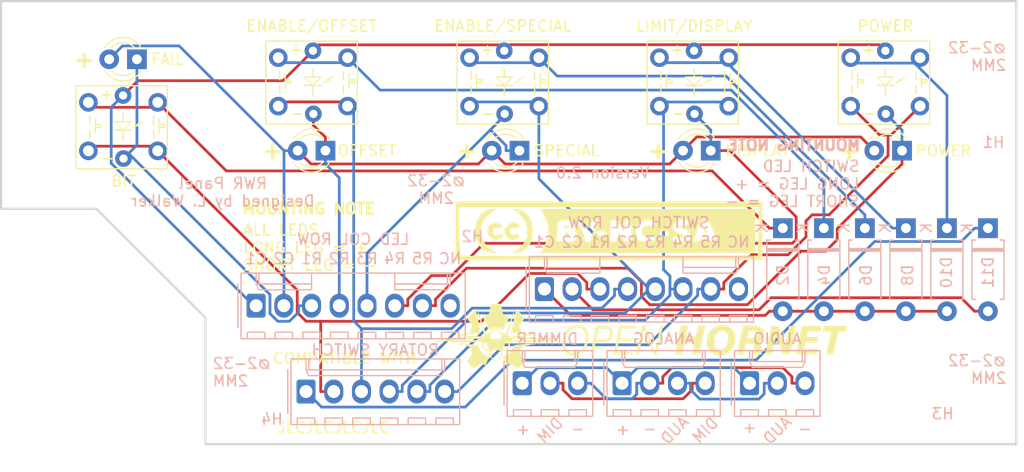
<source format=kicad_pcb>
(kicad_pcb (version 20171130) (host pcbnew "(5.1.5-0-10_14)")
  (title_block (title "ABSIS NANO GENERAL I/O") (date 2017-12-26) (rev -) (company "F/A-18C SIMPIT") (comment 1 "JOHN STEENSEN"))
  (layers (0 F.Cu signal) (31 B.Cu signal) (34 B.Paste user) (35 F.Paste user) (36 B.SilkS user) (37 F.SilkS user) (38 B.Mask user) (39 F.Mask user) (44 Edge.Cuts user))
  (net 0 "")
  (net 1 "Net-(D4-Pad1)")
  (net 2 /Col1)
  (net 3 /Col2)
  (net 4 /Row5)
  (net 5 /Row4)
  (net 6 /Row3)
  (net 7 /Row2)
  (net 8 /Row1)
  (net 9 /AnalogGND)
  (net 10 /AnalogAudio)
  (net 11 /Analog5V)
  (net 12 /AnalogDimmer)
  (net 13 /ledcol2)
  (net 14 /ledrow1)
  (net 15 /ledrow2)
  (net 16 /ledrow3)
  (net 17 "Net-(D6-Pad1)")
  (net 18 /ledrow4)
  (net 19 "Net-(D8-Pad1)")
  (net 20 /ledrow5)
  (net 21 "Net-(D10-Pad1)")
  (net 22 "Net-(D11-Pad1)")
  (net 23 "Net-(J1-Pad8)")
  (net 24 /ledcol1)
  (net 25 "Net-(J6-Pad8)")
  (net 26 "Net-(BIT1-Pad1)")
  (module OH_General:CC-BY-NC-SA-Small (layer F.Cu) (at 156.49575 102.77475)
    (fp_text reference G*** hide)
    (fp_text value LOGO hide)
  )
  (module OH_General:OH_LOGO_37.7mm_5.9mm (layer F.Cu) (at 159.54375 112.42675)
    (fp_text reference G*** hide)
    (fp_text value LOGO hide)
  )
  (module Connector_Molex:Molex_KK-254_AE-6410-08A_1x08_P2.54mm_Vertical (layer B.Cu) (at 150.654 108.109)
    (fp_text reference J6 hide)
    (fp_text value "SWITCH COL ROW" (at 8.63575 -6.09625) (layer B.SilkS) (effects (justify mirror)))
    (pad 8 thru_hole oval (at 17.78 0) (size 1.74 2.19) (drill 1.19) (layers *.Cu *.Mask) (net 25 "Net-(J6-Pad8)"))
    (pad 7 thru_hole oval (at 15.24 0) (size 1.74 2.19) (drill 1.19) (layers *.Cu *.Mask) (net 4 /Row5))
    (pad 6 thru_hole oval (at 12.7 0) (size 1.74 2.19) (drill 1.19) (layers *.Cu *.Mask) (net 5 /Row4))
    (pad 5 thru_hole oval (at 10.16 0) (size 1.74 2.19) (drill 1.19) (layers *.Cu *.Mask) (net 6 /Row3))
    (pad 4 thru_hole oval (at 7.62 0) (size 1.74 2.19) (drill 1.19) (layers *.Cu *.Mask) (net 7 /Row2))
    (pad 3 thru_hole oval (at 5.08 0) (size 1.74 2.19) (drill 1.19) (layers *.Cu *.Mask) (net 8 /Row1))
    (pad 2 thru_hole oval (at 2.54 0) (size 1.74 2.19) (drill 1.19) (layers *.Cu *.Mask) (net 3 /Col2))
    (pad 1 thru_hole roundrect (at 0 0) (size 1.74 2.19) (drill 1.19) (layers *.Cu *.Mask) (roundrect_rratio 0.143678) (net 2 /Col1))
  )
  (module Connector_Molex:Molex_KK-254_AE-6410-04A_1x04_P2.54mm_Vertical (layer B.Cu) (at 157.766 116.745)
    (fp_text reference J5 hide)
    (fp_text value ANALOG (at 3.81 -4.08) (layer B.SilkS) (effects (justify mirror)))
    (pad 4 thru_hole oval (at 7.62 0) (size 1.74 2.19) (drill 1.19) (layers *.Cu *.Mask) (net 12 /AnalogDimmer))
    (pad 3 thru_hole oval (at 5.08 0) (size 1.74 2.19) (drill 1.19) (layers *.Cu *.Mask) (net 10 /AnalogAudio))
    (pad 2 thru_hole oval (at 2.54 0) (size 1.74 2.19) (drill 1.19) (layers *.Cu *.Mask) (net 9 /AnalogGND))
    (pad 1 thru_hole roundrect (at 0 0) (size 1.74 2.19) (drill 1.19) (layers *.Cu *.Mask) (roundrect_rratio 0.143678) (net 11 /Analog5V))
  )
  (module Connector_Molex:Molex_KK-254_AE-6410-06A_1x06_P2.54mm_Vertical (layer B.Cu) (at 128.81 117.507)
    (fp_text reference J4 hide)
    (fp_text value "ROTARY SWITCH" (at 6.34975 -3.81025) (layer B.SilkS) (effects (justify mirror)))
    (pad 6 thru_hole oval (at 12.7 0) (size 1.74 2.19) (drill 1.19) (layers *.Cu *.Mask) (net 4 /Row5))
    (pad 5 thru_hole oval (at 10.16 0) (size 1.74 2.19) (drill 1.19) (layers *.Cu *.Mask) (net 5 /Row4))
    (pad 4 thru_hole oval (at 7.62 0) (size 1.74 2.19) (drill 1.19) (layers *.Cu *.Mask) (net 6 /Row3))
    (pad 3 thru_hole oval (at 5.08 0) (size 1.74 2.19) (drill 1.19) (layers *.Cu *.Mask) (net 7 /Row2))
    (pad 2 thru_hole oval (at 2.54 0) (size 1.74 2.19) (drill 1.19) (layers *.Cu *.Mask) (net 8 /Row1))
    (pad 1 thru_hole roundrect (at 0 0) (size 1.74 2.19) (drill 1.19) (layers *.Cu *.Mask) (roundrect_rratio 0.143678) (net 22 "Net-(D11-Pad1)"))
  )
  (module Connector_Molex:Molex_KK-254_AE-6410-03A_1x03_P2.54mm_Vertical (layer B.Cu) (at 148.622 116.745)
    (fp_text reference J3 hide)
    (fp_text value AUDIO (at 23.36775 -4.08) (layer B.SilkS) (effects (justify mirror)))
    (pad 3 thru_hole oval (at 5.08 0) (size 1.74 2.19) (drill 1.19) (layers *.Cu *.Mask) (net 9 /AnalogGND))
    (pad 2 thru_hole oval (at 2.54 0) (size 1.74 2.19) (drill 1.19) (layers *.Cu *.Mask) (net 12 /AnalogDimmer))
    (pad 1 thru_hole roundrect (at 0 0) (size 1.74 2.19) (drill 1.19) (layers *.Cu *.Mask) (roundrect_rratio 0.143678) (net 11 /Analog5V))
  )
  (module Connector_Molex:Molex_KK-254_AE-6410-03A_1x03_P2.54mm_Vertical (layer B.Cu) (at 169.45 116.745)
    (fp_text reference J2 hide)
    (fp_text value DIMMER (at -18.54225 -4.06425) (layer B.SilkS) (effects (justify mirror)))
    (pad 3 thru_hole oval (at 5.08 0) (size 1.74 2.19) (drill 1.19) (layers *.Cu *.Mask) (net 9 /AnalogGND))
    (pad 2 thru_hole oval (at 2.54 0) (size 1.74 2.19) (drill 1.19) (layers *.Cu *.Mask) (net 10 /AnalogAudio))
    (pad 1 thru_hole roundrect (at 0 0) (size 1.74 2.19) (drill 1.19) (layers *.Cu *.Mask) (roundrect_rratio 0.143678) (net 11 /Analog5V))
  )
  (module Connector_Molex:Molex_KK-254_AE-6410-08A_1x08_P2.54mm_Vertical (layer B.Cu) (at 124.238 109.633)
    (fp_text reference J1 hide)
    (fp_text value "LED COL ROW" (at 8.88975 -6.09625) (layer B.SilkS) (effects (justify mirror)))
    (pad 8 thru_hole oval (at 17.78 0) (size 1.74 2.19) (drill 1.19) (layers *.Cu *.Mask) (net 23 "Net-(J1-Pad8)"))
    (pad 7 thru_hole oval (at 15.24 0) (size 1.74 2.19) (drill 1.19) (layers *.Cu *.Mask) (net 20 /ledrow5))
    (pad 6 thru_hole oval (at 12.7 0) (size 1.74 2.19) (drill 1.19) (layers *.Cu *.Mask) (net 18 /ledrow4))
    (pad 5 thru_hole oval (at 10.16 0) (size 1.74 2.19) (drill 1.19) (layers *.Cu *.Mask) (net 16 /ledrow3))
    (pad 4 thru_hole oval (at 7.62 0) (size 1.74 2.19) (drill 1.19) (layers *.Cu *.Mask) (net 15 /ledrow2))
    (pad 3 thru_hole oval (at 5.08 0) (size 1.74 2.19) (drill 1.19) (layers *.Cu *.Mask) (net 14 /ledrow1))
    (pad 2 thru_hole oval (at 2.54 0) (size 1.74 2.19) (drill 1.19) (layers *.Cu *.Mask) (net 13 /ledcol2))
    (pad 1 thru_hole roundrect (at 0 0) (size 1.74 2.19) (drill 1.19) (layers *.Cu *.Mask) (roundrect_rratio 0.143678) (net 24 /ledcol1))
  )
  (module Diode_THT:D_A-405_P7.62mm_Horizontal (layer B.Cu) (at 191.294 102.521 270)
    (fp_text reference D11 (at 4.06375 0.00025 90) (layer B.SilkS) (effects (justify mirror)))
    (fp_text value D)
    (fp_text user K (at 0 1.9 90) (layer B.SilkS) (effects (justify mirror)))
    (pad 2 thru_hole oval (at 7.62 0 270) (size 1.8 1.8) (drill 0.9) (layers *.Cu *.Mask) (net 3 /Col2))
    (pad 1 thru_hole rect (at 0 0 270) (size 1.8 1.8) (drill 0.9) (layers *.Cu *.Mask) (net 22 "Net-(D11-Pad1)"))
  )
  (module Diode_THT:D_A-405_P7.62mm_Horizontal (layer B.Cu) (at 187.535 102.521 270)
    (fp_text reference D10 (at 4.06375 0.05125 90) (layer B.SilkS) (effects (justify mirror)))
    (fp_text value D)
    (fp_text user K (at 0 1.9 90) (layer B.SilkS) (effects (justify mirror)))
    (pad 2 thru_hole oval (at 7.62 0 270) (size 1.8 1.8) (drill 0.9) (layers *.Cu *.Mask) (net 2 /Col1))
    (pad 1 thru_hole rect (at 0 0 270) (size 1.8 1.8) (drill 0.9) (layers *.Cu *.Mask) (net 21 "Net-(D10-Pad1)"))
  )
  (module LED_THT:LED_D3.0mm (layer F.Cu) (at 183.42 95.4088 180)
    (fp_text reference D9 hide)
    (fp_text value POWER (at -3.81 0) (layer F.SilkS))
    (pad 2 thru_hole circle (at 2.54 0 180) (size 1.8 1.8) (drill 0.9) (layers *.Cu *.Mask) (net 13 /ledcol2))
    (pad 1 thru_hole rect (at 0 0 180) (size 1.8 1.8) (drill 0.9) (layers *.Cu *.Mask) (net 20 /ledrow5))
  )
  (module Diode_THT:D_A-405_P7.62mm_Horizontal (layer B.Cu) (at 183.775 102.521 270)
    (fp_text reference D8 (at 4.31775 -0.15275 270) (layer B.SilkS) (effects (justify mirror)))
    (fp_text value D)
    (fp_text user K (at 0 1.9 270) (layer B.SilkS) (effects (justify mirror)))
    (pad 2 thru_hole oval (at 7.62 0 270) (size 1.8 1.8) (drill 0.9) (layers *.Cu *.Mask) (net 2 /Col1))
    (pad 1 thru_hole rect (at 0 0 270) (size 1.8 1.8) (drill 0.9) (layers *.Cu *.Mask) (net 19 "Net-(D8-Pad1)"))
  )
  (module LED_THT:LED_D3.0mm (layer F.Cu) (at 165.894 95.4088 180)
    (fp_text reference D7 hide)
    (fp_text value DISPLAY (at -4.318 0) (layer F.SilkS))
    (pad 2 thru_hole circle (at 2.54 0 180) (size 1.8 1.8) (drill 0.9) (layers *.Cu *.Mask) (net 13 /ledcol2))
    (pad 1 thru_hole rect (at 0 0 180) (size 1.8 1.8) (drill 0.9) (layers *.Cu *.Mask) (net 18 /ledrow4))
  )
  (module Diode_THT:D_A-405_P7.62mm_Horizontal (layer B.Cu) (at 180.016 102.521 270)
    (fp_text reference D6 (at 4.31775 -0.10175 270) (layer B.SilkS) (effects (justify mirror)))
    (fp_text value D)
    (fp_text user K (at 0 1.9 270) (layer B.SilkS) (effects (justify mirror)))
    (pad 2 thru_hole oval (at 7.62 0 270) (size 1.8 1.8) (drill 0.9) (layers *.Cu *.Mask) (net 2 /Col1))
    (pad 1 thru_hole rect (at 0 0 270) (size 1.8 1.8) (drill 0.9) (layers *.Cu *.Mask) (net 17 "Net-(D6-Pad1)"))
  )
  (module LED_THT:LED_D3.0mm (layer F.Cu) (at 148.368 95.4088 180)
    (fp_text reference D5 hide)
    (fp_text value SPECIAL (at -4.318 0) (layer F.SilkS))
    (pad 2 thru_hole circle (at 2.54 0 180) (size 1.8 1.8) (drill 0.9) (layers *.Cu *.Mask) (net 13 /ledcol2))
    (pad 1 thru_hole rect (at 0 0 180) (size 1.8 1.8) (drill 0.9) (layers *.Cu *.Mask) (net 16 /ledrow3))
  )
  (module Diode_THT:D_A-405_P7.62mm_Horizontal (layer B.Cu) (at 176.257 102.521 270)
    (fp_text reference D4 (at 4.31775 -0.05075 270) (layer B.SilkS) (effects (justify mirror)))
    (fp_text value D)
    (fp_text user K (at 0 1.9 270) (layer B.SilkS) (effects (justify mirror)))
    (pad 2 thru_hole oval (at 7.62 0 270) (size 1.8 1.8) (drill 0.9) (layers *.Cu *.Mask) (net 2 /Col1))
    (pad 1 thru_hole rect (at 0 0 270) (size 1.8 1.8) (drill 0.9) (layers *.Cu *.Mask) (net 1 "Net-(D4-Pad1)"))
  )
  (module LED_THT:LED_D3.0mm (layer F.Cu) (at 130.588 95.4088 180)
    (fp_text reference D3 hide)
    (fp_text value OFFSET (at -3.81 0) (layer F.SilkS))
    (pad 2 thru_hole circle (at 2.54 0 180) (size 1.8 1.8) (drill 0.9) (layers *.Cu *.Mask) (net 13 /ledcol2))
    (pad 1 thru_hole rect (at 0 0 180) (size 1.8 1.8) (drill 0.9) (layers *.Cu *.Mask) (net 15 /ledrow2))
  )
  (module Diode_THT:D_A-405_P7.62mm_Horizontal (layer B.Cu) (at 172.498 102.521 270)
    (fp_text reference D2 (at 4.31775 0.00025 270) (layer B.SilkS) (effects (justify mirror)))
    (fp_text value D)
    (fp_text user K (at 0 1.9 270) (layer B.SilkS) (effects (justify mirror)))
    (pad 2 thru_hole oval (at 7.62 0 270) (size 1.8 1.8) (drill 0.9) (layers *.Cu *.Mask) (net 2 /Col1))
    (pad 1 thru_hole rect (at 0 0 270) (size 1.8 1.8) (drill 0.9) (layers *.Cu *.Mask) (net 26 "Net-(BIT1-Pad1)"))
  )
  (module LED_THT:LED_D3.0mm (layer F.Cu) (at 113.316 87.0268 180)
    (fp_text reference D1 hide)
    (fp_text value FAIL (at -2.794 0) (layer F.SilkS))
    (pad 2 thru_hole circle (at 2.54 0 180) (size 1.8 1.8) (drill 0.9) (layers *.Cu *.Mask) (net 13 /ledcol2))
    (pad 1 thru_hole rect (at 0 0 180) (size 1.8 1.8) (drill 0.9) (layers *.Cu *.Mask) (net 14 /ledrow1))
  )
  (module PT_Library_v001:PT_Small_Tactile_Switch_With_LED (layer F.Cu) (at 181.896 89.1678)
    (fp_text reference POWER (at -0.00025 -5.18905) (layer F.SilkS))
    (fp_text value PT_Tactile_Switch_Led)
    (fp_text user - (at -1.42 2.81) (layer F.SilkS))
    (fp_text user + (at -1.524 -3.048) (layer F.SilkS))
    (pad 6 thru_hole circle (at 0.04 2.87) (size 1.524 1.524) (drill 0.762) (layers *.Cu *.Mask) (net 20 /ledrow5))
    (pad 5 thru_hole circle (at 0 -2.921) (size 1.524 1.524) (drill 0.762) (layers *.Cu *.Mask) (net 24 /ledcol1))
    (pad 4 thru_hole circle (at 3.175 2.159) (size 1.7 1.7) (drill 1) (layers *.Cu *.Mask) (net 4 /Row5))
    (pad 3 thru_hole circle (at -3.175 2.159) (size 1.7 1.7) (drill 1) (layers *.Cu *.Mask) (net 4 /Row5))
    (pad 2 thru_hole circle (at 3.175 -2.286) (size 1.7 1.7) (drill 1) (layers *.Cu *.Mask) (net 21 "Net-(D10-Pad1)"))
    (pad 1 thru_hole circle (at -3.175 -2.286) (size 1.7 1.7) (drill 1) (layers *.Cu *.Mask) (net 21 "Net-(D10-Pad1)"))
  )
  (module PT_Library_v001:PT_Small_Tactile_Switch_With_LED (layer F.Cu) (at 164.37 89.1678)
    (fp_text reference LIMIT/DISPLAY (at -0.00025 -5.18905) (layer F.SilkS))
    (fp_text value PT_Tactile_Switch_Led)
    (fp_text user - (at -1.42 2.81) (layer F.SilkS))
    (fp_text user + (at -1.524 -3.048) (layer F.SilkS))
    (pad 6 thru_hole circle (at 0.04 2.87) (size 1.524 1.524) (drill 0.762) (layers *.Cu *.Mask) (net 18 /ledrow4))
    (pad 5 thru_hole circle (at 0 -2.921) (size 1.524 1.524) (drill 0.762) (layers *.Cu *.Mask) (net 24 /ledcol1))
    (pad 4 thru_hole circle (at 3.175 2.159) (size 1.7 1.7) (drill 1) (layers *.Cu *.Mask) (net 5 /Row4))
    (pad 3 thru_hole circle (at -3.175 2.159) (size 1.7 1.7) (drill 1) (layers *.Cu *.Mask) (net 5 /Row4))
    (pad 2 thru_hole circle (at 3.175 -2.286) (size 1.7 1.7) (drill 1) (layers *.Cu *.Mask) (net 19 "Net-(D8-Pad1)"))
    (pad 1 thru_hole circle (at -3.175 -2.286) (size 1.7 1.7) (drill 1) (layers *.Cu *.Mask) (net 19 "Net-(D8-Pad1)"))
  )
  (module PT_Library_v001:PT_Small_Tactile_Switch_With_LED (layer F.Cu) (at 146.971 89.1678)
    (fp_text reference ENABLE/SPECIAL (at -0.12725 -5.18905) (layer F.SilkS))
    (fp_text value PT_Tactile_Switch_Led)
    (fp_text user - (at -1.42 2.81) (layer F.SilkS))
    (fp_text user + (at -1.524 -3.048) (layer F.SilkS))
    (pad 6 thru_hole circle (at 0.04 2.87) (size 1.524 1.524) (drill 0.762) (layers *.Cu *.Mask) (net 16 /ledrow3))
    (pad 5 thru_hole circle (at 0 -2.921) (size 1.524 1.524) (drill 0.762) (layers *.Cu *.Mask) (net 24 /ledcol1))
    (pad 4 thru_hole circle (at 3.175 2.159) (size 1.7 1.7) (drill 1) (layers *.Cu *.Mask) (net 6 /Row3))
    (pad 3 thru_hole circle (at -3.175 2.159) (size 1.7 1.7) (drill 1) (layers *.Cu *.Mask) (net 6 /Row3))
    (pad 2 thru_hole circle (at 3.175 -2.286) (size 1.7 1.7) (drill 1) (layers *.Cu *.Mask) (net 17 "Net-(D6-Pad1)"))
    (pad 1 thru_hole circle (at -3.175 -2.286) (size 1.7 1.7) (drill 1) (layers *.Cu *.Mask) (net 17 "Net-(D6-Pad1)"))
  )
  (module PT_Library_v001:PT_Small_Tactile_Switch_With_LED (layer F.Cu) (at 129.445 89.1678)
    (fp_text reference ENABLE/OFFSET (at -0.12725 -5.18905) (layer F.SilkS))
    (fp_text value PT_Tactile_Switch_Led)
    (fp_text user - (at -1.42 2.81) (layer F.SilkS))
    (fp_text user + (at -1.524 -3.048) (layer F.SilkS))
    (pad 6 thru_hole circle (at 0.04 2.87) (size 1.524 1.524) (drill 0.762) (layers *.Cu *.Mask) (net 15 /ledrow2))
    (pad 5 thru_hole circle (at 0 -2.921) (size 1.524 1.524) (drill 0.762) (layers *.Cu *.Mask) (net 24 /ledcol1))
    (pad 4 thru_hole circle (at 3.175 2.159) (size 1.7 1.7) (drill 1) (layers *.Cu *.Mask) (net 7 /Row2))
    (pad 3 thru_hole circle (at -3.175 2.159) (size 1.7 1.7) (drill 1) (layers *.Cu *.Mask) (net 7 /Row2))
    (pad 2 thru_hole circle (at 3.175 -2.286) (size 1.7 1.7) (drill 1) (layers *.Cu *.Mask) (net 1 "Net-(D4-Pad1)"))
    (pad 1 thru_hole circle (at -3.175 -2.286) (size 1.7 1.7) (drill 1) (layers *.Cu *.Mask) (net 1 "Net-(D4-Pad1)"))
  )
  (module PT_Library_v001:PT_Small_Tactile_Switch_With_LED (layer F.Cu) (at 112.046 93.2678)
    (fp_text reference BIT (at 0.02515 4.93495) (layer F.SilkS))
    (fp_text value PT_Tactile_Switch_Led)
    (fp_text user - (at -1.42 2.81) (layer F.SilkS))
    (fp_text user + (at -1.524 -3.048) (layer F.SilkS))
    (pad 6 thru_hole circle (at 0.04 2.87) (size 1.524 1.524) (drill 0.762) (layers *.Cu *.Mask) (net 14 /ledrow1))
    (pad 5 thru_hole circle (at 0 -2.921) (size 1.524 1.524) (drill 0.762) (layers *.Cu *.Mask) (net 24 /ledcol1))
    (pad 4 thru_hole circle (at 3.175 2.159) (size 1.7 1.7) (drill 1) (layers *.Cu *.Mask) (net 8 /Row1))
    (pad 3 thru_hole circle (at -3.175 2.159) (size 1.7 1.7) (drill 1) (layers *.Cu *.Mask) (net 8 /Row1))
    (pad 2 thru_hole circle (at 3.175 -2.286) (size 1.7 1.7) (drill 1) (layers *.Cu *.Mask) (net 26 "Net-(BIT1-Pad1)"))
    (pad 1 thru_hole circle (at -3.175 -2.286) (size 1.7 1.7) (drill 1) (layers *.Cu *.Mask) (net 26 "Net-(BIT1-Pad1)"))
  )
  (module MountingHole:MountingHole_2.5mm (layer F.Cu) (at 191.802 91.2178 270)
    (fp_text reference P3 hide)
    (fp_text value CONN_01X01)
    (pad 1 np_thru_hole circle (at 0 0 270) (size 2.5 2.5) (drill 2.5) (layers *.Cu *.Mask))
  )
  (module MountingHole:MountingHole_2.5mm (layer F.Cu) (at 191.484 119.92 270)
    (fp_text reference P5 hide)
    (fp_text value CONN_01X01)
    (pad 1 np_thru_hole circle (at 0 0 270) (size 2.5 2.5) (drill 2.5) (layers *.Cu *.Mask))
  )
  (module MountingHole:MountingHole_2.5mm (layer F.Cu) (at 121.952 119.92 270)
    (fp_text reference P4 hide)
    (fp_text value CONN_01X01)
    (pad 1 np_thru_hole circle (at 0 0 270) (size 2.5 2.5) (drill 2.5) (layers *.Cu *.Mask))
  )
  (module MountingHole:MountingHole_2.5mm (layer F.Cu) (at 140.875 103.156 270)
    (fp_text reference P6)
    (fp_text value CONN_01X01)
    (pad 1 np_thru_hole circle (at 0 0 270) (size 2.5 2.5) (drill 2.5) (layers *.Cu *.Mask))
  )
  (gr_text "Version 2.0" (at 155.98775 97.44075) (layer B.SilkS) (effects (font (size 1 1)) (justify mirror)))
  (gr_text JLCJLCJLCJLC (at 131.34975 120.80875) (layer F.SilkS) (effects (font (size 1 1))))
  (gr_text "ALL LEDS\nLONG LEG = +\nSHORT LEG = -" (at 122.96775 104.29875) (layer F.SilkS) (effects (font (size 1 1)) (justify left)))
  (gr_text "MOUNTING NOTE" (at 129.06375 100.74275) (layer F.SilkS) (effects (font (size 1 1) (thickness 0.25))))
  (gr_text "SWITCH LED\nLONG LEG = +\nSHORT LEG = -" (at 179.60975 98.45675) (layer B.SilkS) (effects (font (size 1 1)) (justify left mirror)))
  (gr_text "MOUNTING NOTE" (at 173.51375 94.90075) (layer B.SilkS) (effects (font (size 1 1) (thickness 0.25)) (justify mirror)))
  (gr_text "RWR Panel\nDesigned by L. Walker" (at 121.18975 99.21875) (layer B.SilkS) (effects (font (size 1 1)) (justify mirror)))
  (gr_text "COMPATIBLE WITH" (at 132.36575 114.45875) (layer F.SilkS) (effects (font (size 1 1))))
  (gr_text H4 (at 126.77775 120.04675) (layer B.SilkS) (effects (font (size 1 1)) (justify left mirror)))
  (gr_text H3 (at 188.24575 119.53875) (layer B.SilkS) (effects (font (size 1 1)) (justify left mirror)))
  (gr_text "⌀2-32\n2MM" (at 140.74775 98.96475) (layer B.SilkS) (effects (font (size 1 1)) (justify mirror)))
  (gr_text "⌀2-32\n2MM" (at 120.17375 115.72875) (layer B.SilkS) (effects (font (size 1 1)) (justify right mirror)))
  (gr_text "⌀2-32\n2MM" (at 193.07175 115.47475) (layer B.SilkS) (effects (font (size 1 1)) (justify left mirror)))
  (gr_text H2 (at 144.04975 103.28275) (layer B.SilkS) (effects (font (size 1 1)) (justify mirror)))
  (gr_text "⌀2-32\n2MM" (at 193.07175 86.77275) (layer B.SilkS) (effects (font (size 1 1)) (justify left mirror)))
  (gr_text H1 (at 191.80175 94.64675) (layer B.SilkS) (effects (font (size 1 1)) (justify mirror)))
  (gr_text C2 (at 126.77775 105.31475) (layer B.SilkS) (effects (font (size 1 1)) (justify mirror)))
  (gr_text C1 (at 124.23775 105.31475) (layer B.SilkS) (effects (font (size 1 1)) (justify mirror)))
  (gr_text NC (at 142.01775 105.31475) (layer B.SilkS) (effects (font (size 1 1)) (justify mirror)))
  (gr_text R4 (at 136.93775 105.31475) (layer B.SilkS) (effects (font (size 1 1)) (justify mirror)))
  (gr_text R5 (at 139.47775 105.31475) (layer B.SilkS) (effects (font (size 1 1)) (justify mirror)))
  (gr_text R2 (at 131.85775 105.31475) (layer B.SilkS) (effects (font (size 1 1)) (justify mirror)))
  (gr_text R3 (at 134.39775 105.31475) (layer B.SilkS) (effects (font (size 1 1)) (justify mirror)))
  (gr_text R1 (at 129.31775 105.31475) (layer B.SilkS) (effects (font (size 1 1)) (justify mirror)))
  (gr_text - (at 174.52975 121.06275 180) (layer B.SilkS) (effects (font (size 1 1)) (justify mirror)))
  (gr_text AUD (at 171.98975 121.06275 45) (layer B.SilkS) (effects (font (size 1 1)) (justify mirror)))
  (gr_text + (at 169.44975 120.80875) (layer B.SilkS) (effects (font (size 1 1)) (justify mirror)))
  (gr_text DIM (at 165.38575 121.06275 45) (layer B.SilkS) (effects (font (size 1 1)) (justify mirror)))
  (gr_text AUD (at 162.59175 121.06275 45) (layer B.SilkS) (effects (font (size 1 1)) (justify mirror)))
  (gr_text - (at 160.30575 121.06275 180) (layer B.SilkS) (effects (font (size 1 1)) (justify mirror)))
  (gr_text + (at 157.76575 121.06275 90) (layer B.SilkS) (effects (font (size 1 1)) (justify mirror)))
  (gr_text - (at 153.70175 121.06275 180) (layer B.SilkS) (effects (font (size 1 1)) (justify mirror)))
  (gr_text DIM (at 151.16175 121.06275 45) (layer B.SilkS) (effects (font (size 1 1)) (justify mirror)))
  (gr_text + (at 148.62175 121.06275 90) (layer B.SilkS) (effects (font (size 1 1)) (justify mirror)))
  (gr_text NC (at 168.43375 103.79075) (layer B.SilkS) (effects (font (size 1 1)) (justify mirror)))
  (gr_text R5 (at 165.89375 103.79075) (layer B.SilkS) (effects (font (size 1 1)) (justify mirror)))
  (gr_text R4 (at 163.35375 103.79075) (layer B.SilkS) (effects (font (size 1 1)) (justify mirror)))
  (gr_text R3 (at 160.81375 103.79075) (layer B.SilkS) (effects (font (size 1 1)) (justify mirror)))
  (gr_text R2 (at 158.27375 103.79075) (layer B.SilkS) (effects (font (size 1 1)) (justify mirror)))
  (gr_text R1 (at 155.73375 103.79075) (layer B.SilkS) (effects (font (size 1 1)) (justify mirror)))
  (gr_text C2 (at 153.19375 103.79075) (layer B.SilkS) (effects (font (size 1 1)) (justify mirror)))
  (gr_text C1 (at 150.65375 103.79075) (layer B.SilkS) (effects (font (size 1 1)) (justify mirror)))
  (gr_text + (at 108.48975 87.02675) (layer F.SilkS) (effects (font (size 1.5 1.5) (thickness 0.3))))
  (gr_text + (at 125.76175 95.40875) (layer F.SilkS) (effects (font (size 1.5 1.5) (thickness 0.3))))
  (gr_text + (at 143.54175 95.40875) (layer F.SilkS) (effects (font (size 1.5 1.5) (thickness 0.3))))
  (gr_text + (at 161.06775 95.40875) (layer F.SilkS) (effects (font (size 1.5 1.5) (thickness 0.3))))
  (gr_text + (at 178.59375 95.40875) (layer F.SilkS) (effects (font (size 1.5 1.5) (thickness 0.3))))
  (gr_line (start 100.86975 81.69275) (end 193.89725 81.69275) (layer Edge.Cuts) (width 0.2))
  (gr_line (start 100.86975 100.74275) (end 100.86975 81.69275) (layer Edge.Cuts) (width 0.2))
  (gr_line (start 109.60225 100.74275) (end 100.86975 100.74275) (layer Edge.Cuts) (width 0.2))
  (gr_line (start 193.89725 122.33275) (end 119.60225 122.33275) (layer Edge.Cuts) (width 0.2))
  (gr_line (start 119.60225 122.33275) (end 119.60225 110.74275) (layer Edge.Cuts) (width 0.2))
  (gr_line (start 193.89725 81.69275) (end 193.89725 122.33275) (layer Edge.Cuts) (width 0.2))
  (gr_line (start 109.60225 100.74275) (end 119.60225 110.74275) (layer Edge.Cuts) (width 0.2))
  (segment (start 132.62 86.8818) (end 135.5971 89.8589) (width 0.25) (layer B.Cu) (net 1))
  (segment (start 135.5971 89.8589) (end 167.7774 89.8589) (width 0.25) (layer B.Cu) (net 1))
  (segment (start 167.7774 89.8589) (end 176.257 98.3385) (width 0.25) (layer B.Cu) (net 1))
  (segment (start 176.257 98.3385) (end 176.257 102.521) (width 0.25) (layer B.Cu) (net 1))
  (segment (start 126.27 86.8818) (end 126.7261 87.3379) (width 0.25) (layer B.Cu) (net 1))
  (segment (start 126.7261 87.3379) (end 132.1639 87.3379) (width 0.25) (layer B.Cu) (net 1))
  (segment (start 132.1639 87.3379) (end 132.62 86.8818) (width 0.25) (layer B.Cu) (net 1))
  (segment (start 172.498 110.141) (end 171.2727 110.141) (width 0.25) (layer F.Cu) (net 2))
  (segment (start 171.2727 110.141) (end 170.892 110.5217) (width 0.25) (layer F.Cu) (net 2))
  (segment (start 170.892 110.5217) (end 153.0667 110.5217) (width 0.25) (layer F.Cu) (net 2))
  (segment (start 153.0667 110.5217) (end 150.654 108.109) (width 0.25) (layer F.Cu) (net 2))
  (segment (start 176.257 110.141) (end 172.498 110.141) (width 0.25) (layer F.Cu) (net 2))
  (segment (start 183.775 110.141) (end 187.535 110.141) (width 0.25) (layer F.Cu) (net 2))
  (segment (start 180.016 110.141) (end 183.775 110.141) (width 0.25) (layer F.Cu) (net 2))
  (segment (start 176.257 110.141) (end 180.016 110.141) (width 0.25) (layer F.Cu) (net 2))
  (segment (start 191.294 110.141) (end 190.0687 110.141) (width 0.25) (layer F.Cu) (net 3))
  (segment (start 190.0687 110.141) (end 188.8315 108.9038) (width 0.25) (layer F.Cu) (net 3))
  (segment (start 188.8315 108.9038) (end 171.4254 108.9038) (width 0.25) (layer F.Cu) (net 3))
  (segment (start 171.4254 108.9038) (end 170.3187 110.0105) (width 0.25) (layer F.Cu) (net 3))
  (segment (start 170.3187 110.0105) (end 155.0955 110.0105) (width 0.25) (layer F.Cu) (net 3))
  (segment (start 155.0955 110.0105) (end 153.194 108.109) (width 0.25) (layer F.Cu) (net 3))
  (segment (start 164.6987 108.109) (end 164.6987 108.6971) (width 0.25) (layer B.Cu) (net 4))
  (segment (start 164.6987 108.6971) (end 160.1747 113.2211) (width 0.25) (layer B.Cu) (net 4))
  (segment (start 160.1747 113.2211) (end 146.9911 113.2211) (width 0.25) (layer B.Cu) (net 4))
  (segment (start 146.9911 113.2211) (end 146.9911 113.2212) (width 0.25) (layer B.Cu) (net 4))
  (segment (start 146.9911 113.2212) (end 142.7053 117.507) (width 0.25) (layer B.Cu) (net 4))
  (segment (start 141.51 117.507) (end 142.7053 117.507) (width 0.25) (layer B.Cu) (net 4))
  (segment (start 165.894 108.109) (end 164.6987 108.109) (width 0.25) (layer B.Cu) (net 4))
  (segment (start 182.1433 93.9779) (end 182.4199 93.9779) (width 0.25) (layer F.Cu) (net 4))
  (segment (start 182.4199 93.9779) (end 185.071 91.3268) (width 0.25) (layer F.Cu) (net 4))
  (segment (start 178.721 91.3268) (end 181.3721 93.9779) (width 0.25) (layer F.Cu) (net 4))
  (segment (start 181.3721 93.9779) (end 182.1433 93.9779) (width 0.25) (layer F.Cu) (net 4))
  (segment (start 167.0893 108.109) (end 167.0893 107.5113) (width 0.25) (layer F.Cu) (net 4))
  (segment (start 167.0893 107.5113) (end 169.6406 104.96) (width 0.25) (layer F.Cu) (net 4))
  (segment (start 169.6406 104.96) (end 172.9783 104.96) (width 0.25) (layer F.Cu) (net 4))
  (segment (start 172.9783 104.96) (end 174.624 103.3143) (width 0.25) (layer F.Cu) (net 4))
  (segment (start 174.624 103.3143) (end 174.624 101.8587) (width 0.25) (layer F.Cu) (net 4))
  (segment (start 174.624 101.8587) (end 175.1871 101.2956) (width 0.25) (layer F.Cu) (net 4))
  (segment (start 175.1871 101.2956) (end 176.7288 101.2956) (width 0.25) (layer F.Cu) (net 4))
  (segment (start 176.7288 101.2956) (end 182.1433 95.8811) (width 0.25) (layer F.Cu) (net 4))
  (segment (start 182.1433 95.8811) (end 182.1433 93.9779) (width 0.25) (layer F.Cu) (net 4))
  (segment (start 165.894 108.109) (end 167.0893 108.109) (width 0.25) (layer F.Cu) (net 4))
  (segment (start 140.1653 117.507) (end 140.1653 116.9094) (width 0.25) (layer B.Cu) (net 5))
  (segment (start 140.1653 116.9094) (end 146.1222 110.9525) (width 0.25) (layer B.Cu) (net 5))
  (segment (start 146.1222 110.9525) (end 159.8917 110.9525) (width 0.25) (layer B.Cu) (net 5))
  (segment (start 159.8917 110.9525) (end 162.1587 108.6855) (width 0.25) (layer B.Cu) (net 5))
  (segment (start 162.1587 108.6855) (end 162.1587 108.109) (width 0.25) (layer B.Cu) (net 5))
  (segment (start 138.97 117.507) (end 140.1653 117.507) (width 0.25) (layer B.Cu) (net 5))
  (segment (start 161.5714 91.3268) (end 161.5714 106.3264) (width 0.25) (layer B.Cu) (net 5))
  (segment (start 161.5714 106.3264) (end 162.1587 106.9137) (width 0.25) (layer B.Cu) (net 5))
  (segment (start 162.1587 106.9137) (end 162.1587 108.109) (width 0.25) (layer B.Cu) (net 5))
  (segment (start 167.545 91.3268) (end 167.1686 90.9504) (width 0.25) (layer B.Cu) (net 5))
  (segment (start 167.1686 90.9504) (end 161.9478 90.9504) (width 0.25) (layer B.Cu) (net 5))
  (segment (start 161.9478 90.9504) (end 161.5714 91.3268) (width 0.25) (layer B.Cu) (net 5))
  (segment (start 161.5714 91.3268) (end 161.195 91.3268) (width 0.25) (layer B.Cu) (net 5))
  (segment (start 163.354 108.109) (end 162.1587 108.109) (width 0.25) (layer B.Cu) (net 5))
  (segment (start 160.2659 108.1061) (end 158.0651 110.3069) (width 0.25) (layer B.Cu) (net 6))
  (segment (start 158.0651 110.3069) (end 144.2545 110.3069) (width 0.25) (layer B.Cu) (net 6))
  (segment (start 144.2545 110.3069) (end 137.6253 116.9361) (width 0.25) (layer B.Cu) (net 6))
  (segment (start 137.6253 116.9361) (end 137.6253 117.507) (width 0.25) (layer B.Cu) (net 6))
  (segment (start 150.146 91.3268) (end 150.146 97.9862) (width 0.25) (layer B.Cu) (net 6))
  (segment (start 150.146 97.9862) (end 160.2659 108.1061) (width 0.25) (layer B.Cu) (net 6))
  (segment (start 160.2659 108.1061) (end 160.3396 108.1061) (width 0.25) (layer B.Cu) (net 6))
  (segment (start 160.3396 108.1061) (end 160.3425 108.109) (width 0.25) (layer B.Cu) (net 6))
  (segment (start 136.43 117.507) (end 137.6253 117.507) (width 0.25) (layer B.Cu) (net 6))
  (segment (start 160.814 108.109) (end 160.3425 108.109) (width 0.25) (layer B.Cu) (net 6))
  (segment (start 143.796 91.3268) (end 144.1827 90.9401) (width 0.25) (layer B.Cu) (net 6))
  (segment (start 144.1827 90.9401) (end 149.7593 90.9401) (width 0.25) (layer B.Cu) (net 6))
  (segment (start 149.7593 90.9401) (end 150.146 91.3268) (width 0.25) (layer B.Cu) (net 6))
  (segment (start 133.89 111.7438) (end 142.1539 111.7438) (width 0.25) (layer B.Cu) (net 7))
  (segment (start 142.1539 111.7438) (end 144.0412 109.8565) (width 0.25) (layer B.Cu) (net 7))
  (segment (start 144.0412 109.8565) (end 155.9288 109.8565) (width 0.25) (layer B.Cu) (net 7))
  (segment (start 155.9288 109.8565) (end 157.0787 108.7066) (width 0.25) (layer B.Cu) (net 7))
  (segment (start 157.0787 108.7066) (end 157.0787 108.109) (width 0.25) (layer B.Cu) (net 7))
  (segment (start 132.62 91.3268) (end 133.1796 91.8864) (width 0.25) (layer B.Cu) (net 7))
  (segment (start 133.1796 91.8864) (end 133.1796 111.0334) (width 0.25) (layer B.Cu) (net 7))
  (segment (start 133.1796 111.0334) (end 133.89 111.7438) (width 0.25) (layer B.Cu) (net 7))
  (segment (start 133.89 111.7438) (end 133.89 116.0867) (width 0.25) (layer B.Cu) (net 7))
  (segment (start 158.274 108.109) (end 157.0787 108.109) (width 0.25) (layer B.Cu) (net 7))
  (segment (start 133.89 117.507) (end 133.89 116.0867) (width 0.25) (layer B.Cu) (net 7))
  (segment (start 126.27 91.3268) (end 126.6606 90.9362) (width 0.25) (layer F.Cu) (net 7))
  (segment (start 126.6606 90.9362) (end 132.2294 90.9362) (width 0.25) (layer F.Cu) (net 7))
  (segment (start 132.2294 90.9362) (end 132.62 91.3268) (width 0.25) (layer F.Cu) (net 7))
  (segment (start 155.734 108.109) (end 154.5387 108.109) (width 0.25) (layer F.Cu) (net 8))
  (segment (start 130.1547 111.0645) (end 144.9002 111.0645) (width 0.25) (layer F.Cu) (net 8))
  (segment (start 144.9002 111.0645) (end 149.2867 106.678) (width 0.25) (layer F.Cu) (net 8))
  (segment (start 149.2867 106.678) (end 153.7053 106.678) (width 0.25) (layer F.Cu) (net 8))
  (segment (start 153.7053 106.678) (end 154.5387 107.5114) (width 0.25) (layer F.Cu) (net 8))
  (segment (start 154.5387 107.5114) (end 154.5387 108.109) (width 0.25) (layer F.Cu) (net 8))
  (segment (start 115.221 95.4268) (end 128.0059 108.2117) (width 0.25) (layer F.Cu) (net 8))
  (segment (start 128.0059 108.2117) (end 128.0059 110.2588) (width 0.25) (layer F.Cu) (net 8))
  (segment (start 128.0059 110.2588) (end 128.8116 111.0645) (width 0.25) (layer F.Cu) (net 8))
  (segment (start 128.8116 111.0645) (end 130.1547 111.0645) (width 0.25) (layer F.Cu) (net 8))
  (segment (start 130.1547 117.507) (end 130.1547 111.0645) (width 0.25) (layer F.Cu) (net 8))
  (segment (start 131.35 117.507) (end 130.1547 117.507) (width 0.25) (layer F.Cu) (net 8))
  (segment (start 108.871 95.4268) (end 109.2979 94.9999) (width 0.25) (layer F.Cu) (net 8))
  (segment (start 109.2979 94.9999) (end 114.7941 94.9999) (width 0.25) (layer F.Cu) (net 8))
  (segment (start 114.7941 94.9999) (end 115.221 95.4268) (width 0.25) (layer F.Cu) (net 8))
  (segment (start 160.306 116.745) (end 161.5013 116.745) (width 0.25) (layer F.Cu) (net 9))
  (segment (start 174.53 116.745) (end 173.3347 116.745) (width 0.25) (layer F.Cu) (net 9))
  (segment (start 173.3347 116.745) (end 173.3347 116.1474) (width 0.25) (layer F.Cu) (net 9))
  (segment (start 173.3347 116.1474) (end 172.5037 115.3164) (width 0.25) (layer F.Cu) (net 9))
  (segment (start 172.5037 115.3164) (end 162.3322 115.3164) (width 0.25) (layer F.Cu) (net 9))
  (segment (start 162.3322 115.3164) (end 161.5013 116.1473) (width 0.25) (layer F.Cu) (net 9))
  (segment (start 161.5013 116.1473) (end 161.5013 116.745) (width 0.25) (layer F.Cu) (net 9))
  (segment (start 160.306 116.745) (end 159.1107 116.745) (width 0.25) (layer B.Cu) (net 9))
  (segment (start 153.702 116.745) (end 154.8973 116.745) (width 0.25) (layer B.Cu) (net 9))
  (segment (start 154.8973 116.745) (end 156.3291 118.1768) (width 0.25) (layer B.Cu) (net 9))
  (segment (start 156.3291 118.1768) (end 158.6884 118.1768) (width 0.25) (layer B.Cu) (net 9))
  (segment (start 158.6884 118.1768) (end 159.1107 117.7545) (width 0.25) (layer B.Cu) (net 9))
  (segment (start 159.1107 117.7545) (end 159.1107 116.745) (width 0.25) (layer B.Cu) (net 9))
  (segment (start 162.846 116.745) (end 164.0413 116.745) (width 0.25) (layer B.Cu) (net 10))
  (segment (start 171.99 116.745) (end 170.7947 116.745) (width 0.25) (layer B.Cu) (net 10))
  (segment (start 170.7947 116.745) (end 170.7947 117.7162) (width 0.25) (layer B.Cu) (net 10))
  (segment (start 170.7947 117.7162) (end 170.3175 118.1934) (width 0.25) (layer B.Cu) (net 10))
  (segment (start 170.3175 118.1934) (end 164.892 118.1934) (width 0.25) (layer B.Cu) (net 10))
  (segment (start 164.892 118.1934) (end 164.0413 117.3427) (width 0.25) (layer B.Cu) (net 10))
  (segment (start 164.0413 117.3427) (end 164.0413 116.745) (width 0.25) (layer B.Cu) (net 10))
  (segment (start 169.45 116.745) (end 168.0296 115.3246) (width 0.25) (layer B.Cu) (net 11))
  (segment (start 168.0296 115.3246) (end 159.1864 115.3246) (width 0.25) (layer B.Cu) (net 11))
  (segment (start 159.1864 115.3246) (end 157.766 116.745) (width 0.25) (layer B.Cu) (net 11))
  (segment (start 148.622 116.745) (end 150.0424 115.3246) (width 0.25) (layer B.Cu) (net 11))
  (segment (start 150.0424 115.3246) (end 156.3456 115.3246) (width 0.25) (layer B.Cu) (net 11))
  (segment (start 156.3456 115.3246) (end 157.766 116.745) (width 0.25) (layer B.Cu) (net 11))
  (segment (start 165.386 116.745) (end 164.1907 116.745) (width 0.25) (layer F.Cu) (net 12))
  (segment (start 151.162 116.745) (end 152.3573 116.745) (width 0.25) (layer F.Cu) (net 12))
  (segment (start 152.3573 116.745) (end 152.3573 117.3427) (width 0.25) (layer F.Cu) (net 12))
  (segment (start 152.3573 117.3427) (end 153.1831 118.1685) (width 0.25) (layer F.Cu) (net 12))
  (segment (start 153.1831 118.1685) (end 163.3648 118.1685) (width 0.25) (layer F.Cu) (net 12))
  (segment (start 163.3648 118.1685) (end 164.1907 117.3426) (width 0.25) (layer F.Cu) (net 12))
  (segment (start 164.1907 117.3426) (end 164.1907 116.745) (width 0.25) (layer F.Cu) (net 12))
  (segment (start 145.828 95.4088) (end 147.0534 96.6342) (width 0.25) (layer F.Cu) (net 13))
  (segment (start 147.0534 96.6342) (end 162.1286 96.6342) (width 0.25) (layer F.Cu) (net 13))
  (segment (start 162.1286 96.6342) (end 163.354 95.4088) (width 0.25) (layer F.Cu) (net 13))
  (segment (start 128.048 95.4088) (end 129.2734 96.6342) (width 0.25) (layer F.Cu) (net 13))
  (segment (start 129.2734 96.6342) (end 144.6026 96.6342) (width 0.25) (layer F.Cu) (net 13))
  (segment (start 144.6026 96.6342) (end 145.828 95.4088) (width 0.25) (layer F.Cu) (net 13))
  (segment (start 163.354 95.4088) (end 164.6065 94.1563) (width 0.25) (layer F.Cu) (net 13))
  (segment (start 164.6065 94.1563) (end 179.6275 94.1563) (width 0.25) (layer F.Cu) (net 13))
  (segment (start 179.6275 94.1563) (end 180.88 95.4088) (width 0.25) (layer F.Cu) (net 13))
  (segment (start 126.7936 95.4088) (end 126.7936 108.1971) (width 0.25) (layer B.Cu) (net 13))
  (segment (start 126.7936 108.1971) (end 126.778 108.2127) (width 0.25) (layer B.Cu) (net 13))
  (segment (start 110.776 87.0268) (end 112.0014 85.8014) (width 0.25) (layer B.Cu) (net 13))
  (segment (start 112.0014 85.8014) (end 117.1862 85.8014) (width 0.25) (layer B.Cu) (net 13))
  (segment (start 117.1862 85.8014) (end 126.7936 95.4088) (width 0.25) (layer B.Cu) (net 13))
  (segment (start 126.7936 95.4088) (end 128.048 95.4088) (width 0.25) (layer B.Cu) (net 13))
  (segment (start 126.778 109.633) (end 126.778 108.2127) (width 0.25) (layer B.Cu) (net 13))
  (segment (start 112.5591 95.6647) (end 112.086 96.1378) (width 0.25) (layer B.Cu) (net 14))
  (segment (start 113.316 87.0268) (end 113.316 94.9078) (width 0.25) (layer B.Cu) (net 14))
  (segment (start 113.316 94.9078) (end 112.5591 95.6647) (width 0.25) (layer B.Cu) (net 14))
  (segment (start 112.5591 95.6647) (end 125.5085 108.6142) (width 0.25) (layer B.Cu) (net 14))
  (segment (start 125.5085 108.6142) (end 125.5085 110.3534) (width 0.25) (layer B.Cu) (net 14))
  (segment (start 125.5085 110.3534) (end 126.2193 111.0642) (width 0.25) (layer B.Cu) (net 14))
  (segment (start 126.2193 111.0642) (end 127.2891 111.0642) (width 0.25) (layer B.Cu) (net 14))
  (segment (start 127.2891 111.0642) (end 128.1227 110.2306) (width 0.25) (layer B.Cu) (net 14))
  (segment (start 128.1227 110.2306) (end 128.1227 109.633) (width 0.25) (layer B.Cu) (net 14))
  (segment (start 129.318 109.633) (end 128.1227 109.633) (width 0.25) (layer B.Cu) (net 14))
  (segment (start 130.588 95.4088) (end 130.588 96.6341) (width 0.25) (layer B.Cu) (net 15))
  (segment (start 130.588 96.6341) (end 131.858 97.9041) (width 0.25) (layer B.Cu) (net 15))
  (segment (start 131.858 97.9041) (end 131.858 109.633) (width 0.25) (layer B.Cu) (net 15))
  (segment (start 130.588 95.4088) (end 130.588 94.1835) (width 0.25) (layer F.Cu) (net 15))
  (segment (start 129.485 92.0378) (end 129.485 93.0805) (width 0.25) (layer F.Cu) (net 15))
  (segment (start 129.485 93.0805) (end 130.588 94.1835) (width 0.25) (layer F.Cu) (net 15))
  (segment (start 145.6992 93.5058) (end 134.398 104.807) (width 0.25) (layer B.Cu) (net 16))
  (segment (start 134.398 104.807) (end 134.398 109.633) (width 0.25) (layer B.Cu) (net 16))
  (segment (start 147.011 92.0378) (end 147.011 92.194) (width 0.25) (layer B.Cu) (net 16))
  (segment (start 147.011 92.194) (end 145.6992 93.5058) (width 0.25) (layer B.Cu) (net 16))
  (segment (start 145.6992 93.5058) (end 147.1427 94.9493) (width 0.25) (layer B.Cu) (net 16))
  (segment (start 147.1427 94.9493) (end 147.1427 95.4088) (width 0.25) (layer B.Cu) (net 16))
  (segment (start 148.368 95.4088) (end 147.1427 95.4088) (width 0.25) (layer B.Cu) (net 16))
  (segment (start 143.796 86.8818) (end 144.2599 87.3457) (width 0.25) (layer B.Cu) (net 17))
  (segment (start 144.2599 87.3457) (end 149.6821 87.3457) (width 0.25) (layer B.Cu) (net 17))
  (segment (start 149.6821 87.3457) (end 150.146 86.8818) (width 0.25) (layer B.Cu) (net 17))
  (segment (start 150.146 86.8818) (end 151.8377 88.5735) (width 0.25) (layer B.Cu) (net 17))
  (segment (start 151.8377 88.5735) (end 167.2938 88.5735) (width 0.25) (layer B.Cu) (net 17))
  (segment (start 167.2938 88.5735) (end 180.016 101.2957) (width 0.25) (layer B.Cu) (net 17))
  (segment (start 180.016 102.521) (end 180.016 101.2957) (width 0.25) (layer B.Cu) (net 17))
  (segment (start 136.938 109.633) (end 138.1333 109.633) (width 0.25) (layer F.Cu) (net 18))
  (segment (start 165.894 95.4088) (end 167.6507 95.4088) (width 0.25) (layer F.Cu) (net 18))
  (segment (start 167.6507 95.4088) (end 173.7234 101.4815) (width 0.25) (layer F.Cu) (net 18))
  (segment (start 173.7234 101.4815) (end 173.7234 103.5557) (width 0.25) (layer F.Cu) (net 18))
  (segment (start 173.7234 103.5557) (end 173.3697 103.9094) (width 0.25) (layer F.Cu) (net 18))
  (segment (start 173.3697 103.9094) (end 145.1214 103.9094) (width 0.25) (layer F.Cu) (net 18))
  (segment (start 145.1214 103.9094) (end 142.1575 106.8733) (width 0.25) (layer F.Cu) (net 18))
  (segment (start 142.1575 106.8733) (end 140.2953 106.8733) (width 0.25) (layer F.Cu) (net 18))
  (segment (start 140.2953 106.8733) (end 138.1333 109.0353) (width 0.25) (layer F.Cu) (net 18))
  (segment (start 138.1333 109.0353) (end 138.1333 109.633) (width 0.25) (layer F.Cu) (net 18))
  (segment (start 164.41 92.0378) (end 165.894 93.5218) (width 0.25) (layer B.Cu) (net 18))
  (segment (start 165.894 93.5218) (end 165.894 95.4088) (width 0.25) (layer B.Cu) (net 18))
  (segment (start 167.2278 87.199) (end 167.545 86.8818) (width 0.25) (layer B.Cu) (net 19))
  (segment (start 161.195 86.8818) (end 161.6511 87.3379) (width 0.25) (layer B.Cu) (net 19))
  (segment (start 161.6511 87.3379) (end 167.0889 87.3379) (width 0.25) (layer B.Cu) (net 19))
  (segment (start 167.0889 87.3379) (end 167.2278 87.199) (width 0.25) (layer B.Cu) (net 19))
  (segment (start 167.2278 87.199) (end 182.5497 102.521) (width 0.25) (layer B.Cu) (net 19))
  (segment (start 183.775 102.521) (end 182.5497 102.521) (width 0.25) (layer B.Cu) (net 19))
  (segment (start 183.42 96.6341) (end 177.4824 102.5717) (width 0.25) (layer F.Cu) (net 20))
  (segment (start 177.4824 102.5717) (end 177.4824 103.5687) (width 0.25) (layer F.Cu) (net 20))
  (segment (start 177.4824 103.5687) (end 176.4225 104.6286) (width 0.25) (layer F.Cu) (net 20))
  (segment (start 176.4225 104.6286) (end 174.1655 104.6286) (width 0.25) (layer F.Cu) (net 20))
  (segment (start 174.1655 104.6286) (end 169.2552 109.5389) (width 0.25) (layer F.Cu) (net 20))
  (segment (start 169.2552 109.5389) (end 160.2987 109.5389) (width 0.25) (layer F.Cu) (net 20))
  (segment (start 160.2987 109.5389) (end 159.544 108.7842) (width 0.25) (layer F.Cu) (net 20))
  (segment (start 159.544 108.7842) (end 159.544 107.4454) (width 0.25) (layer F.Cu) (net 20))
  (segment (start 159.544 107.4454) (end 158.2929 106.1943) (width 0.25) (layer F.Cu) (net 20))
  (segment (start 158.2929 106.1943) (end 143.5143 106.1943) (width 0.25) (layer F.Cu) (net 20))
  (segment (start 143.5143 106.1943) (end 140.6733 109.0353) (width 0.25) (layer F.Cu) (net 20))
  (segment (start 140.6733 109.0353) (end 140.6733 109.633) (width 0.25) (layer F.Cu) (net 20))
  (segment (start 181.936 92.0378) (end 183.42 93.5218) (width 0.25) (layer B.Cu) (net 20))
  (segment (start 183.42 93.5218) (end 183.42 95.4088) (width 0.25) (layer B.Cu) (net 20))
  (segment (start 183.42 95.4088) (end 183.42 96.6341) (width 0.25) (layer F.Cu) (net 20))
  (segment (start 139.478 109.633) (end 140.6733 109.633) (width 0.25) (layer F.Cu) (net 20))
  (segment (start 184.572 87.3808) (end 185.071 86.8818) (width 0.25) (layer B.Cu) (net 21))
  (segment (start 178.721 86.8818) (end 179.22 87.3808) (width 0.25) (layer B.Cu) (net 21))
  (segment (start 179.22 87.3808) (end 184.572 87.3808) (width 0.25) (layer B.Cu) (net 21))
  (segment (start 184.572 87.3808) (end 187.535 90.3438) (width 0.25) (layer B.Cu) (net 21))
  (segment (start 187.535 90.3438) (end 187.535 102.521) (width 0.25) (layer B.Cu) (net 21))
  (segment (start 191.294 102.521) (end 190.0687 102.521) (width 0.25) (layer B.Cu) (net 22))
  (segment (start 190.0687 102.521) (end 188.8434 103.7463) (width 0.25) (layer B.Cu) (net 22))
  (segment (start 188.8434 103.7463) (end 180.9124 103.7463) (width 0.25) (layer B.Cu) (net 22))
  (segment (start 180.9124 103.7463) (end 170.0304 114.6283) (width 0.25) (layer B.Cu) (net 22))
  (segment (start 170.0304 114.6283) (end 147.706 114.6283) (width 0.25) (layer B.Cu) (net 22))
  (segment (start 147.706 114.6283) (end 143.4017 118.9326) (width 0.25) (layer B.Cu) (net 22))
  (segment (start 143.4017 118.9326) (end 130.2356 118.9326) (width 0.25) (layer B.Cu) (net 22))
  (segment (start 130.2356 118.9326) (end 128.81 117.507) (width 0.25) (layer B.Cu) (net 22))
  (segment (start 112.046 90.3468) (end 110.9606 91.4322) (width 0.25) (layer B.Cu) (net 24))
  (segment (start 110.9606 91.4322) (end 110.9606 96.5711) (width 0.25) (layer B.Cu) (net 24))
  (segment (start 110.9606 96.5711) (end 124.0225 109.633) (width 0.25) (layer B.Cu) (net 24))
  (segment (start 124.0225 109.633) (end 124.238 109.633) (width 0.25) (layer B.Cu) (net 24))
  (segment (start 164.37 86.2468) (end 163.8148 85.6916) (width 0.25) (layer F.Cu) (net 24))
  (segment (start 163.8148 85.6916) (end 147.5262 85.6916) (width 0.25) (layer F.Cu) (net 24))
  (segment (start 147.5262 85.6916) (end 146.971 86.2468) (width 0.25) (layer F.Cu) (net 24))
  (segment (start 181.896 86.2468) (end 181.3408 85.6916) (width 0.25) (layer F.Cu) (net 24))
  (segment (start 181.3408 85.6916) (end 164.9252 85.6916) (width 0.25) (layer F.Cu) (net 24))
  (segment (start 164.9252 85.6916) (end 164.37 86.2468) (width 0.25) (layer F.Cu) (net 24))
  (segment (start 129.445 86.2468) (end 129.9854 85.7064) (width 0.25) (layer F.Cu) (net 24))
  (segment (start 129.9854 85.7064) (end 146.4306 85.7064) (width 0.25) (layer F.Cu) (net 24))
  (segment (start 146.4306 85.7064) (end 146.971 86.2468) (width 0.25) (layer F.Cu) (net 24))
  (segment (start 112.046 90.3468) (end 113.3996 88.9932) (width 0.25) (layer F.Cu) (net 24))
  (segment (start 113.3996 88.9932) (end 126.6986 88.9932) (width 0.25) (layer F.Cu) (net 24))
  (segment (start 126.6986 88.9932) (end 129.445 86.2468) (width 0.25) (layer F.Cu) (net 24))
  (segment (start 171.2727 102.521) (end 166.0214 97.2697) (width 0.25) (layer F.Cu) (net 26))
  (segment (start 166.0214 97.2697) (end 121.5089 97.2697) (width 0.25) (layer F.Cu) (net 26))
  (segment (start 121.5089 97.2697) (end 115.221 90.9818) (width 0.25) (layer F.Cu) (net 26))
  (segment (start 108.871 90.9818) (end 109.3271 91.4379) (width 0.25) (layer F.Cu) (net 26))
  (segment (start 109.3271 91.4379) (end 114.7649 91.4379) (width 0.25) (layer F.Cu) (net 26))
  (segment (start 114.7649 91.4379) (end 115.221 90.9818) (width 0.25) (layer F.Cu) (net 26))
  (segment (start 172.498 102.521) (end 171.2727 102.521) (width 0.25) (layer F.Cu) (net 26))
)
</source>
